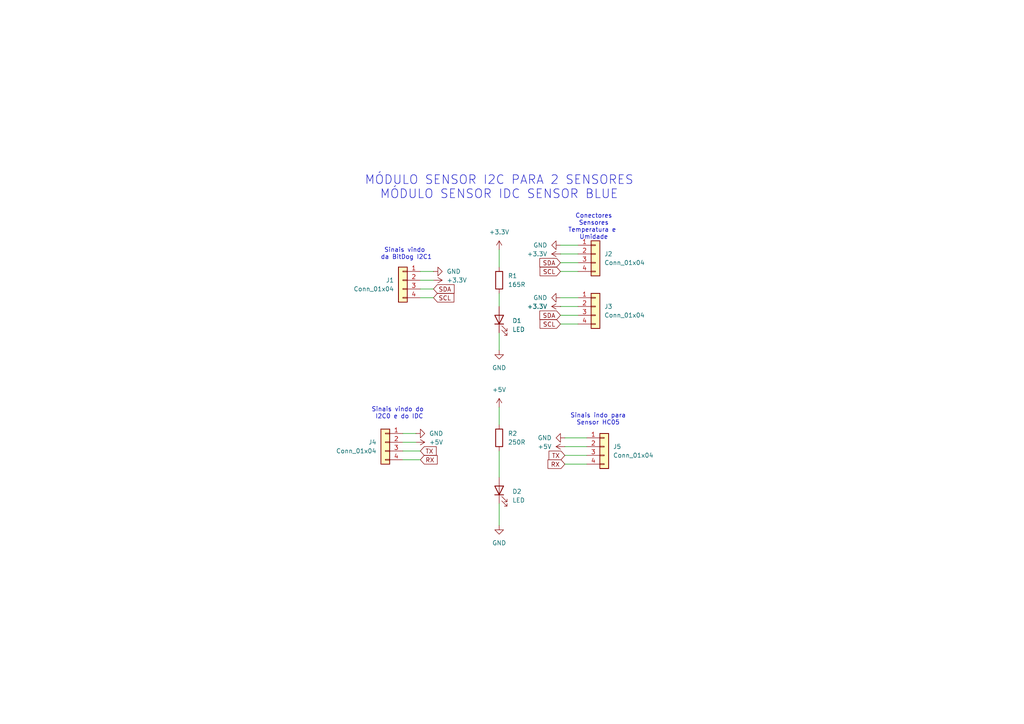
<source format=kicad_sch>
(kicad_sch (version 20231120) (generator "eeschema") (generator_version "8.0")
  (paper "A4")
  (title_block (title "Módulo Sensor I2C / IDC") (date "9/10/2024") (rev "v1") (company "Universidade Estadual de Campinas - Unicamp") (comment 1 "IE323 - Tópicos em Eletrônica") (comment 2 "Victor Anthony T. dos Santos"))
  (lib_symbols
    (symbol "Connector_Generic:Conn_01x04" (pin_names (offset 1.016) hide)
      (property "Reference" "J" (at 0 5.08 0))
      (property "Value" "Conn_01x04" (at 0 -7.62 0))
      (symbol "Conn_01x04_1_1"
        (rectangle (start -1.27 -4.953) (end 0 -5.207) (stroke (width 0.1524)))
        (rectangle (start -1.27 -2.413) (end 0 -2.667) (stroke (width 0.1524)))
        (rectangle (start -1.27 0.127) (end 0 -0.127) (stroke (width 0.1524)))
        (rectangle (start -1.27 2.667) (end 0 2.413) (stroke (width 0.1524)))
        (rectangle (start -1.27 3.81) (end 1.27 -6.35) (stroke (width 0.254)) (fill (type background)))
        (pin passive line (at -5.08 2.54 0) (length 3.81) (name "Pin_1") (number "1"))
        (pin passive line (at -5.08 0 0) (length 3.81) (name "Pin_2") (number "2"))
        (pin passive line (at -5.08 -2.54 0) (length 3.81) (name "Pin_3") (number "3"))
        (pin passive line (at -5.08 -5.08 0) (length 3.81) (name "Pin_4") (number "4"))
      )
    )
    (symbol "Device:LED" (pin_numbers hide) (pin_names (offset 1.016) hide)
      (property "Reference" "D" (at 0 2.54 0))
      (property "Value" "LED" (at 0 -2.54 0))
      (symbol "LED_0_1"
        (polyline (pts (xy -1.27 -1.27) (xy -1.27 1.27)) (stroke (width 0.254)))
        (polyline (pts (xy -1.27 0) (xy 1.27 0)))
        (polyline (pts (xy 1.27 -1.27) (xy 1.27 1.27) (xy -1.27 0) (xy 1.27 -1.27)) (stroke (width 0.254)))
        (polyline (pts (xy -3.048 -0.762) (xy -4.572 -2.286) (xy -3.81 -2.286) (xy -4.572 -2.286) (xy -4.572 -1.524)))
        (polyline (pts (xy -1.778 -0.762) (xy -3.302 -2.286) (xy -2.54 -2.286) (xy -3.302 -2.286) (xy -3.302 -1.524)))
      )
      (symbol "LED_1_1"
        (pin passive line (at -3.81 0 0) (length 2.54) (name "K") (number "1"))
        (pin passive line (at 3.81 0 180) (length 2.54) (name "A") (number "2"))
      )
    )
    (symbol "Device:R" (pin_numbers hide) (pin_names (offset 0))
      (property "Reference" "R" (at 2.032 0 90))
      (property "Value" "R" (at 0 0 90))
      (symbol "R_0_1"
        (rectangle (start -1.016 -2.54) (end 1.016 2.54) (stroke (width 0.254)))
      )
      (symbol "R_1_1"
        (pin passive line (at 0 3.81 270) (length 1.27) (name "~") (number "1"))
        (pin passive line (at 0 -3.81 90) (length 1.27) (name "~") (number "2"))
      )
    )
    (symbol "power:+3.3V" (power) (pin_numbers hide) (pin_names (offset 0) hide)
      (property "Value" "+3.3V" (at 0 3.556 0))
      (symbol "+3.3V_0_1"
        (polyline (pts (xy -0.762 1.27) (xy 0 2.54)))
        (polyline (pts (xy 0 0) (xy 0 2.54)))
        (polyline (pts (xy 0 2.54) (xy 0.762 1.27)))
      )
      (symbol "+3.3V_1_1"
        (pin power_in line (at 0 0 90) (length 0) (name "~") (number "1"))
      )
    )
    (symbol "power:+5V" (power) (pin_numbers hide) (pin_names (offset 0) hide)
      (property "Value" "+5V" (at 0 3.556 0))
      (symbol "+5V_0_1"
        (polyline (pts (xy -0.762 1.27) (xy 0 2.54)))
        (polyline (pts (xy 0 0) (xy 0 2.54)))
        (polyline (pts (xy 0 2.54) (xy 0.762 1.27)))
      )
      (symbol "+5V_1_1"
        (pin power_in line (at 0 0 90) (length 0) (name "~") (number "1"))
      )
    )
    (symbol "power:GND" (power) (pin_numbers hide) (pin_names (offset 0) hide)
      (property "Value" "GND" (at 0 -3.81 0))
      (symbol "GND_0_1"
        (polyline (pts (xy 0 0) (xy 0 -1.27) (xy 1.27 -1.27) (xy 0 -2.54) (xy -1.27 -1.27) (xy 0 -1.27)))
      )
      (symbol "GND_1_1"
        (pin power_in line (at 0 0 270) (length 0) (name "~") (number "1"))
      )
    )
  )
  (wire (pts (xy 116.84 125.73) (xy 120.65 125.73)))
  (wire (pts (xy 163.83 132.08) (xy 170.18 132.08)))
  (wire (pts (xy 121.92 81.28) (xy 125.73 81.28)))
  (wire (pts (xy 116.84 133.35) (xy 121.92 133.35)))
  (wire (pts (xy 144.78 72.39) (xy 144.78 77.47)))
  (wire (pts (xy 162.56 93.98) (xy 167.64 93.98)))
  (wire (pts (xy 163.83 129.54) (xy 170.18 129.54)))
  (wire (pts (xy 162.56 76.2) (xy 167.64 76.2)))
  (wire (pts (xy 163.83 127) (xy 170.18 127)))
  (wire (pts (xy 116.84 128.27) (xy 120.65 128.27)))
  (wire (pts (xy 144.78 146.05) (xy 144.78 152.4)))
  (wire (pts (xy 162.56 86.36) (xy 167.64 86.36)))
  (wire (pts (xy 162.56 91.44) (xy 167.64 91.44)))
  (wire (pts (xy 121.92 86.36) (xy 125.73 86.36)))
  (wire (pts (xy 162.56 78.74) (xy 167.64 78.74)))
  (wire (pts (xy 163.83 134.62) (xy 170.18 134.62)))
  (wire (pts (xy 162.56 88.9) (xy 167.64 88.9)))
  (wire (pts (xy 144.78 130.81) (xy 144.78 138.43)))
  (wire (pts (xy 162.56 73.66) (xy 167.64 73.66)))
  (wire (pts (xy 144.78 85.09) (xy 144.78 88.9)))
  (wire (pts (xy 144.78 96.52) (xy 144.78 101.6)))
  (wire (pts (xy 144.78 118.11) (xy 144.78 123.19)))
  (wire (pts (xy 162.56 71.12) (xy 167.64 71.12)))
  (wire (pts (xy 125.73 78.74) (xy 121.92 78.74)))
  (wire (pts (xy 125.73 83.82) (xy 121.92 83.82)))
  (wire (pts (xy 116.84 130.81) (xy 121.92 130.81)))
  (text "Sinais indo para\nSensor HC05" (at 173.482 121.666 0) (effects (font (size 1.27 1.27))))
  (text "MÓDULO SENSOR I2C PARA 2 SENSORES\nMÓDULO SENSOR IDC SENSOR BLUE" (at 144.78 54.356 0) (effects (font (size 2.54 2.54))))
  (text "Sinais vindo \nda BitDog I2C1\n" (at 117.856 73.66 0) (effects (font (size 1.27 1.27))))
  (text "Conectores\nSensores\nTemperatura e \nUmidade\n" (at 172.212 65.786 0) (effects (font (size 1.27 1.27))))
  (text "Sinais vindo do \nI2C0 e do IDC" (at 115.824 119.888 0) (effects (font (size 1.27 1.27))))
  (global_label "SCL" (shape input) (at 162.56 93.98 180) (property "Intersheetrefs" "${INTERSHEET_REFS}" (effects (hide yes))))
  (global_label "TX" (shape input) (at 163.83 132.08 180) (property "Intersheetrefs" "${INTERSHEET_REFS}" (effects (hide yes))))
  (global_label "RX" (shape input) (at 121.92 133.35 0) (property "Intersheetrefs" "${INTERSHEET_REFS}" (effects (hide yes))))
  (global_label "TX" (shape input) (at 121.92 130.81 0) (property "Intersheetrefs" "${INTERSHEET_REFS}" (effects (hide yes))))
  (global_label "SDA" (shape input) (at 125.73 83.82 0) (property "Intersheetrefs" "${INTERSHEET_REFS}" (effects (hide yes))))
  (global_label "SCL" (shape input) (at 162.56 78.74 180) (property "Intersheetrefs" "${INTERSHEET_REFS}" (effects (hide yes))))
  (global_label "SCL" (shape input) (at 125.73 86.36 0) (property "Intersheetrefs" "${INTERSHEET_REFS}" (effects (hide yes))))
  (global_label "SDA" (shape input) (at 162.56 91.44 180) (property "Intersheetrefs" "${INTERSHEET_REFS}" (effects (hide yes))))
  (global_label "RX" (shape input) (at 163.83 134.62 180) (property "Intersheetrefs" "${INTERSHEET_REFS}" (effects (hide yes))))
  (global_label "SDA" (shape input) (at 162.56 76.2 180) (property "Intersheetrefs" "${INTERSHEET_REFS}" (effects (hide yes))))
  (symbol (lib_id "power:+3.3V") (at 162.56 88.9 90) (unit 1)
    (property "Reference" "#PWR07" (effects (hide yes)))
    (property "Value" "+3.3V" (at 158.75 88.9001 90) (effects (justify left)))
    (property "Description" "Power symbol creates a global label with name \"+3.3V\"" (effects (hide yes)))
  )
  (symbol (lib_id "Connector_Generic:Conn_01x04") (at 175.26 129.54 0) (unit 1)
    (property "Reference" "J5" (at 177.8 129.5399 0) (effects (justify left)))
    (property "Value" "Conn_01x04" (at 177.8 132.0799 0) (effects (justify left)))
    (property "Footprint" "Connector_JST:JST_XH_B4B-XH-A_1x04_P2.50mm_Vertical" (effects (hide yes)))
    (property "Description" "Generic connector, single row, 01x04, script generated (kicad-library-utils/schlib/autogen/connector/)" (effects (hide yes)))
  )
  (symbol (lib_id "power:GND") (at 125.73 78.74 90) (unit 1)
    (property "Reference" "#PWR04" (effects (hide yes)))
    (property "Value" "GND" (at 129.54 78.7399 90) (effects (justify right)))
    (property "Description" "Power symbol creates a global label with name \"GND\" , ground" (effects (hide yes)))
  )
  (symbol (lib_id "Device:LED") (at 144.78 92.71 90) (unit 1)
    (property "Reference" "D1" (at 148.59 93.0274 90) (effects (justify right)))
    (property "Value" "LED " (at 148.59 95.5674 90) (effects (justify right)))
    (property "Footprint" "LED_THT:LED_D3.0mm" (effects (hide yes)))
    (property "Description" "Light emitting diode" (effects (hide yes)))
  )
  (symbol (lib_id "Connector_Generic:Conn_01x04") (at 172.72 88.9 0) (unit 1)
    (property "Reference" "J3" (at 175.26 88.8999 0) (effects (justify left)))
    (property "Value" "Conn_01x04" (at 175.26 91.4399 0) (effects (justify left)))
    (property "Footprint" "Connector_JST:JST_XH_B4B-XH-A_1x04_P2.50mm_Vertical" (effects (hide yes)))
    (property "Description" "Generic connector, single row, 01x04, script generated (kicad-library-utils/schlib/autogen/connector/)" (effects (hide yes)))
  )
  (symbol (lib_id "power:+3.3V") (at 162.56 73.66 90) (unit 1)
    (property "Reference" "#PWR05" (effects (hide yes)))
    (property "Value" "+3.3V" (at 158.75 73.6601 90) (effects (justify left)))
    (property "Description" "Power symbol creates a global label with name \"+3.3V\"" (effects (hide yes)))
  )
  (symbol (lib_id "Connector_Generic:Conn_01x04") (at 116.84 81.28 0) (mirror y) (unit 1)
    (property "Reference" "J1" (at 114.3 81.2799 0) (effects (justify left)))
    (property "Value" "Conn_01x04" (at 114.3 83.8199 0) (effects (justify left)))
    (property "Footprint" "Connector_JST:JST_XH_B4B-XH-A_1x04_P2.50mm_Vertical" (effects (hide yes)))
    (property "Description" "Generic connector, single row, 01x04, script generated (kicad-library-utils/schlib/autogen/connector/)" (effects (hide yes)))
  )
  (symbol (lib_id "power:+5V") (at 163.83 129.54 90) (unit 1)
    (property "Reference" "#PWR012" (effects (hide yes)))
    (property "Value" "+5V" (at 160.02 129.5401 90) (effects (justify left)))
    (property "Description" "Power symbol creates a global label with name \"+5V\"" (effects (hide yes)))
  )
  (symbol (lib_id "power:+3.3V") (at 125.73 81.28 270) (unit 1)
    (property "Reference" "#PWR03" (effects (hide yes)))
    (property "Value" "+3.3V" (at 129.54 81.2799 90) (effects (justify left)))
    (property "Description" "Power symbol creates a global label with name \"+3.3V\"" (effects (hide yes)))
  )
  (symbol (lib_id "Device:R") (at 144.78 127 180) (unit 1)
    (property "Reference" "R2" (at 147.32 125.7299 0) (effects (justify right)))
    (property "Value" "250R" (at 147.32 128.2699 0) (effects (justify right)))
    (property "Footprint" "Resistor_THT:R_Axial_DIN0207_L6.3mm_D2.5mm_P10.16mm_Horizontal" (effects (hide yes)))
    (property "Description" "Resistor" (effects (hide yes)))
  )
  (symbol (lib_id "power:GND") (at 144.78 152.4 0) (unit 1)
    (property "Reference" "#PWR014" (effects (hide yes)))
    (property "Value" "GND" (at 144.78 157.48 0))
    (property "Description" "Power symbol creates a global label with name \"GND\" , ground" (effects (hide yes)))
  )
  (symbol (lib_id "power:GND") (at 120.65 125.73 90) (unit 1)
    (property "Reference" "#PWR09" (effects (hide yes)))
    (property "Value" "GND" (at 124.46 125.7299 90) (effects (justify right)))
    (property "Description" "Power symbol creates a global label with name \"GND\" , ground" (effects (hide yes)))
  )
  (symbol (lib_id "power:GND") (at 162.56 71.12 270) (unit 1)
    (property "Reference" "#PWR06" (effects (hide yes)))
    (property "Value" "GND" (at 158.75 71.1201 90) (effects (justify right)))
    (property "Description" "Power symbol creates a global label with name \"GND\" , ground" (effects (hide yes)))
  )
  (symbol (lib_id "Device:R") (at 144.78 81.28 0) (unit 1)
    (property "Reference" "R1" (at 147.32 80.0099 0) (effects (justify left)))
    (property "Value" "165R" (at 147.32 82.5499 0) (effects (justify left)))
    (property "Footprint" "Resistor_THT:R_Axial_DIN0207_L6.3mm_D2.5mm_P10.16mm_Horizontal" (effects (hide yes)))
    (property "Description" "Resistor" (effects (hide yes)))
  )
  (symbol (lib_id "power:GND") (at 162.56 86.36 270) (unit 1)
    (property "Reference" "#PWR08" (effects (hide yes)))
    (property "Value" "GND" (at 158.75 86.3601 90) (effects (justify right)))
    (property "Description" "Power symbol creates a global label with name \"GND\" , ground" (effects (hide yes)))
  )
  (symbol (lib_id "power:GND") (at 163.83 127 270) (unit 1)
    (property "Reference" "#PWR011" (effects (hide yes)))
    (property "Value" "GND" (at 160.02 127.0001 90) (effects (justify right)))
    (property "Description" "Power symbol creates a global label with name \"GND\" , ground" (effects (hide yes)))
  )
  (symbol (lib_id "Device:LED") (at 144.78 142.24 90) (unit 1)
    (property "Reference" "D2" (at 148.59 142.5574 90) (effects (justify right)))
    (property "Value" "LED" (at 148.59 145.0974 90) (effects (justify right)))
    (property "Footprint" "LED_THT:LED_D3.0mm" (effects (hide yes)))
    (property "Description" "Light emitting diode" (effects (hide yes)))
  )
  (symbol (lib_id "power:+5V") (at 144.78 118.11 0) (unit 1)
    (property "Reference" "#PWR013" (effects (hide yes)))
    (property "Value" "+5V" (at 144.78 113.03 0))
    (property "Description" "Power symbol creates a global label with name \"+5V\"" (effects (hide yes)))
  )
  (symbol (lib_id "power:+5V") (at 120.65 128.27 270) (unit 1)
    (property "Reference" "#PWR010" (effects (hide yes)))
    (property "Value" "+5V" (at 124.46 128.2699 90) (effects (justify left)))
    (property "Description" "Power symbol creates a global label with name \"+5V\"" (effects (hide yes)))
  )
  (symbol (lib_id "Connector_Generic:Conn_01x04") (at 111.76 128.27 0) (mirror y) (unit 1)
    (property "Reference" "J4" (at 109.22 128.2699 0) (effects (justify left)))
    (property "Value" "Conn_01x04" (at 109.22 130.8099 0) (effects (justify left)))
    (property "Footprint" "Connector_JST:JST_XH_B4B-XH-A_1x04_P2.50mm_Vertical" (effects (hide yes)))
    (property "Description" "Generic connector, single row, 01x04, script generated (kicad-library-utils/schlib/autogen/connector/)" (effects (hide yes)))
  )
  (symbol (lib_id "power:GND") (at 144.78 101.6 0) (unit 1)
    (property "Reference" "#PWR02" (effects (hide yes)))
    (property "Value" "GND" (at 144.78 106.68 0))
    (property "Description" "Power symbol creates a global label with name \"GND\" , ground" (effects (hide yes)))
  )
  (symbol (lib_id "power:+3.3V") (at 144.78 72.39 0) (unit 1)
    (property "Reference" "#PWR01" (effects (hide yes)))
    (property "Value" "+3.3V" (at 144.78 67.31 0))
    (property "Description" "Power symbol creates a global label with name \"+3.3V\"" (effects (hide yes)))
  )
  (symbol (lib_id "Connector_Generic:Conn_01x04") (at 172.72 73.66 0) (unit 1)
    (property "Reference" "J2" (at 175.26 73.6599 0) (effects (justify left)))
    (property "Value" "Conn_01x04" (at 175.26 76.1999 0) (effects (justify left)))
    (property "Footprint" "Connector_JST:JST_XH_B4B-XH-A_1x04_P2.50mm_Vertical" (effects (hide yes)))
    (property "Description" "Generic connector, single row, 01x04, script generated (kicad-library-utils/schlib/autogen/connector/)" (effects (hide yes)))
  )
)
</source>
